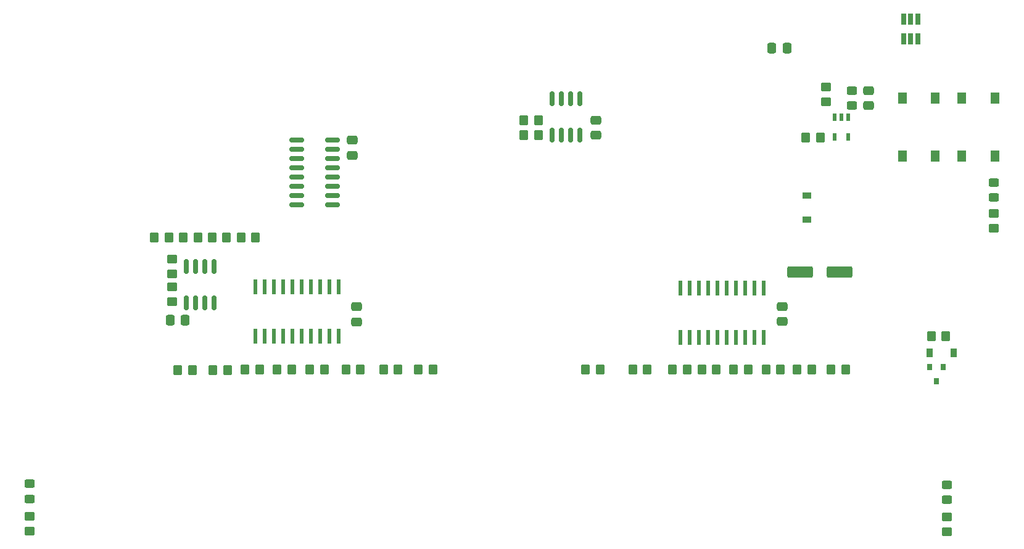
<source format=gbr>
%TF.GenerationSoftware,KiCad,Pcbnew,(6.0.5)*%
%TF.CreationDate,2022-06-04T15:54:11-04:00*%
%TF.ProjectId,PB_16,50425f31-362e-46b6-9963-61645f706362,v2.1*%
%TF.SameCoordinates,Original*%
%TF.FileFunction,Paste,Top*%
%TF.FilePolarity,Positive*%
%FSLAX46Y46*%
G04 Gerber Fmt 4.6, Leading zero omitted, Abs format (unit mm)*
G04 Created by KiCad (PCBNEW (6.0.5)) date 2022-06-04 15:54:11*
%MOMM*%
%LPD*%
G01*
G04 APERTURE LIST*
G04 Aperture macros list*
%AMRoundRect*
0 Rectangle with rounded corners*
0 $1 Rounding radius*
0 $2 $3 $4 $5 $6 $7 $8 $9 X,Y pos of 4 corners*
0 Add a 4 corners polygon primitive as box body*
4,1,4,$2,$3,$4,$5,$6,$7,$8,$9,$2,$3,0*
0 Add four circle primitives for the rounded corners*
1,1,$1+$1,$2,$3*
1,1,$1+$1,$4,$5*
1,1,$1+$1,$6,$7*
1,1,$1+$1,$8,$9*
0 Add four rect primitives between the rounded corners*
20,1,$1+$1,$2,$3,$4,$5,0*
20,1,$1+$1,$4,$5,$6,$7,0*
20,1,$1+$1,$6,$7,$8,$9,0*
20,1,$1+$1,$8,$9,$2,$3,0*%
G04 Aperture macros list end*
%ADD10RoundRect,0.250000X0.337500X0.475000X-0.337500X0.475000X-0.337500X-0.475000X0.337500X-0.475000X0*%
%ADD11R,0.558800X2.159000*%
%ADD12RoundRect,0.249999X-0.450001X0.325001X-0.450001X-0.325001X0.450001X-0.325001X0.450001X0.325001X0*%
%ADD13RoundRect,0.250000X-0.450000X0.350000X-0.450000X-0.350000X0.450000X-0.350000X0.450000X0.350000X0*%
%ADD14RoundRect,0.250000X0.350000X0.450000X-0.350000X0.450000X-0.350000X-0.450000X0.350000X-0.450000X0*%
%ADD15RoundRect,0.250000X0.475000X-0.337500X0.475000X0.337500X-0.475000X0.337500X-0.475000X-0.337500X0*%
%ADD16R,0.600000X1.050000*%
%ADD17RoundRect,0.250000X-0.475000X0.337500X-0.475000X-0.337500X0.475000X-0.337500X0.475000X0.337500X0*%
%ADD18RoundRect,0.150000X0.150000X-0.825000X0.150000X0.825000X-0.150000X0.825000X-0.150000X-0.825000X0*%
%ADD19RoundRect,0.150000X-0.150000X0.825000X-0.150000X-0.825000X0.150000X-0.825000X0.150000X0.825000X0*%
%ADD20RoundRect,0.250000X1.500000X0.550000X-1.500000X0.550000X-1.500000X-0.550000X1.500000X-0.550000X0*%
%ADD21RoundRect,0.249999X0.450001X-0.325001X0.450001X0.325001X-0.450001X0.325001X-0.450001X-0.325001X0*%
%ADD22RoundRect,0.250000X0.450000X-0.350000X0.450000X0.350000X-0.450000X0.350000X-0.450000X-0.350000X0*%
%ADD23R,1.200000X0.900000*%
%ADD24RoundRect,0.250000X-0.337500X-0.475000X0.337500X-0.475000X0.337500X0.475000X-0.337500X0.475000X0*%
%ADD25R,0.900000X1.200000*%
%ADD26R,0.800000X0.900000*%
%ADD27RoundRect,0.250000X-0.350000X-0.450000X0.350000X-0.450000X0.350000X0.450000X-0.350000X0.450000X0*%
%ADD28RoundRect,0.150000X-0.825000X-0.150000X0.825000X-0.150000X0.825000X0.150000X-0.825000X0.150000X0*%
%ADD29R,0.650000X1.560000*%
%ADD30R,1.300000X1.550000*%
G04 APERTURE END LIST*
D10*
%TO.C,C7*%
X101770300Y-102612600D03*
X99695300Y-102612600D03*
%TD*%
D11*
%TO.C,U4*%
X122881600Y-98066000D03*
X121611600Y-98066000D03*
X120341600Y-98066000D03*
X119071600Y-98066000D03*
X117801600Y-98066000D03*
X116531600Y-98066000D03*
X115261600Y-98066000D03*
X113991600Y-98066000D03*
X112721600Y-98066000D03*
X111451600Y-98066000D03*
X111451600Y-104822400D03*
X112721600Y-104822400D03*
X113991600Y-104822400D03*
X115261600Y-104822400D03*
X116531600Y-104822400D03*
X117801600Y-104822400D03*
X119071600Y-104822400D03*
X120341600Y-104822400D03*
X121611600Y-104822400D03*
X122881600Y-104822400D03*
%TD*%
D12*
%TO.C,D1*%
X80413800Y-125108000D03*
X80413800Y-127158000D03*
%TD*%
%TO.C,D2*%
X206320600Y-125209600D03*
X206320600Y-127259600D03*
%TD*%
D13*
%TO.C,R1*%
X80413800Y-129552600D03*
X80413800Y-131552600D03*
%TD*%
%TO.C,R2*%
X206320600Y-129654200D03*
X206320600Y-131654200D03*
%TD*%
D14*
%TO.C,R29*%
X188956400Y-77563120D03*
X186956400Y-77563120D03*
%TD*%
D12*
%TO.C,FB1*%
X193302600Y-71145720D03*
X193302600Y-73195720D03*
%TD*%
D13*
%TO.C,R30*%
X189759800Y-70670320D03*
X189759800Y-72670320D03*
%TD*%
D15*
%TO.C,C9*%
X195602600Y-73208220D03*
X195602600Y-71133220D03*
%TD*%
D16*
%TO.C,U8*%
X192792600Y-74816120D03*
X191842600Y-74816120D03*
X190892600Y-74816120D03*
X190892600Y-77516120D03*
X192792600Y-77516120D03*
%TD*%
D17*
%TO.C,C5*%
X125269200Y-100787700D03*
X125269200Y-102862700D03*
%TD*%
D18*
%TO.C,U6*%
X101957000Y-100261600D03*
X103227000Y-100261600D03*
X104497000Y-100261600D03*
X105767000Y-100261600D03*
X105767000Y-95311600D03*
X104497000Y-95311600D03*
X103227000Y-95311600D03*
X101957000Y-95311600D03*
%TD*%
D15*
%TO.C,C3*%
X158121040Y-77276580D03*
X158121040Y-75201580D03*
%TD*%
D14*
%TO.C,R6*%
X150248800Y-75202600D03*
X148248800Y-75202600D03*
%TD*%
D19*
%TO.C,U2*%
X155926040Y-72264080D03*
X154656040Y-72264080D03*
X153386040Y-72264080D03*
X152116040Y-72264080D03*
X152116040Y-77214080D03*
X153386040Y-77214080D03*
X154656040Y-77214080D03*
X155926040Y-77214080D03*
%TD*%
D14*
%TO.C,R5*%
X150248800Y-77202600D03*
X148248800Y-77202600D03*
%TD*%
D20*
%TO.C,C2*%
X191578800Y-96052600D03*
X186178800Y-96052600D03*
%TD*%
D21*
%TO.C,D3*%
X212773800Y-85777600D03*
X212773800Y-83727600D03*
%TD*%
D22*
%TO.C,R3*%
X212748800Y-90002600D03*
X212748800Y-88002600D03*
%TD*%
D23*
%TO.C,D5*%
X187123800Y-85527600D03*
X187123800Y-88827600D03*
%TD*%
D24*
%TO.C,C4*%
X182321500Y-65284760D03*
X184396500Y-65284760D03*
%TD*%
D13*
%TO.C,R28*%
X99970800Y-98056600D03*
X99970800Y-100056600D03*
%TD*%
D22*
%TO.C,R23*%
X99978800Y-96252600D03*
X99978800Y-94252600D03*
%TD*%
D11*
%TO.C,U5*%
X181184760Y-98274280D03*
X179914760Y-98274280D03*
X178644760Y-98274280D03*
X177374760Y-98274280D03*
X176104760Y-98274280D03*
X174834760Y-98274280D03*
X173564760Y-98274280D03*
X172294760Y-98274280D03*
X171024760Y-98274280D03*
X169754760Y-98274280D03*
X169754760Y-105030680D03*
X171024760Y-105030680D03*
X172294760Y-105030680D03*
X173564760Y-105030680D03*
X174834760Y-105030680D03*
X176104760Y-105030680D03*
X177374760Y-105030680D03*
X178644760Y-105030680D03*
X179914760Y-105030680D03*
X181184760Y-105030680D03*
%TD*%
D17*
%TO.C,C6*%
X183699360Y-100762300D03*
X183699360Y-102837300D03*
%TD*%
D25*
%TO.C,D4*%
X203928800Y-107152600D03*
X207228800Y-107152600D03*
%TD*%
D26*
%TO.C,Q1*%
X205828800Y-109052600D03*
X203928800Y-109052600D03*
X204878800Y-111052600D03*
%TD*%
D27*
%TO.C,R4*%
X204178800Y-104852600D03*
X206178800Y-104852600D03*
%TD*%
D17*
%TO.C,C8*%
X124678800Y-77940100D03*
X124678800Y-80015100D03*
%TD*%
D27*
%TO.C,R27*%
X97553800Y-91327600D03*
X99553800Y-91327600D03*
%TD*%
D14*
%TO.C,R25*%
X103528800Y-91327600D03*
X101528800Y-91327600D03*
%TD*%
D28*
%TO.C,U7*%
X117053800Y-77932600D03*
X117053800Y-79202600D03*
X117053800Y-80472600D03*
X117053800Y-81742600D03*
X117053800Y-83012600D03*
X117053800Y-84282600D03*
X117053800Y-85552600D03*
X117053800Y-86822600D03*
X122003800Y-86822600D03*
X122003800Y-85552600D03*
X122003800Y-84282600D03*
X122003800Y-83012600D03*
X122003800Y-81742600D03*
X122003800Y-80472600D03*
X122003800Y-79202600D03*
X122003800Y-77932600D03*
%TD*%
D14*
%TO.C,R26*%
X111453800Y-91327600D03*
X109453800Y-91327600D03*
%TD*%
D27*
%TO.C,R24*%
X105453800Y-91327600D03*
X107453800Y-91327600D03*
%TD*%
D29*
%TO.C,U9*%
X202318800Y-61292600D03*
X201368800Y-61292600D03*
X200418800Y-61292600D03*
X200418800Y-63992600D03*
X201368800Y-63992600D03*
X202318800Y-63992600D03*
%TD*%
D30*
%TO.C,SW1*%
X200248800Y-72182600D03*
X200248800Y-80132600D03*
X204748800Y-80132600D03*
X204748800Y-72182600D03*
%TD*%
%TO.C,SW2*%
X208398800Y-72182600D03*
X208398800Y-80132600D03*
X212898800Y-72182600D03*
X212898800Y-80132600D03*
%TD*%
D27*
%TO.C,R22*%
X190448800Y-109452600D03*
X192448800Y-109452600D03*
%TD*%
D14*
%TO.C,R15*%
X158748800Y-109452600D03*
X156748800Y-109452600D03*
%TD*%
D27*
%TO.C,R14*%
X133798800Y-109452600D03*
X135798800Y-109452600D03*
%TD*%
%TO.C,R20*%
X181498800Y-109452600D03*
X183498800Y-109452600D03*
%TD*%
D14*
%TO.C,R16*%
X165198800Y-109452600D03*
X163198800Y-109452600D03*
%TD*%
%TO.C,R17*%
X170648800Y-109452600D03*
X168648800Y-109452600D03*
%TD*%
D27*
%TO.C,R19*%
X177048800Y-109452600D03*
X179048800Y-109452600D03*
%TD*%
%TO.C,R10*%
X114398800Y-109452600D03*
X116398800Y-109452600D03*
%TD*%
%TO.C,R13*%
X128998800Y-109452600D03*
X130998800Y-109452600D03*
%TD*%
%TO.C,R21*%
X185748800Y-109452600D03*
X187748800Y-109452600D03*
%TD*%
%TO.C,R18*%
X172698800Y-109452600D03*
X174698800Y-109452600D03*
%TD*%
%TO.C,R12*%
X123848800Y-109452600D03*
X125848800Y-109452600D03*
%TD*%
D14*
%TO.C,R7*%
X102748800Y-109502600D03*
X100748800Y-109502600D03*
%TD*%
%TO.C,R9*%
X111998800Y-109452600D03*
X109998800Y-109452600D03*
%TD*%
D27*
%TO.C,R11*%
X118898800Y-109452600D03*
X120898800Y-109452600D03*
%TD*%
D14*
%TO.C,R8*%
X107598800Y-109502600D03*
X105598800Y-109502600D03*
%TD*%
M02*

</source>
